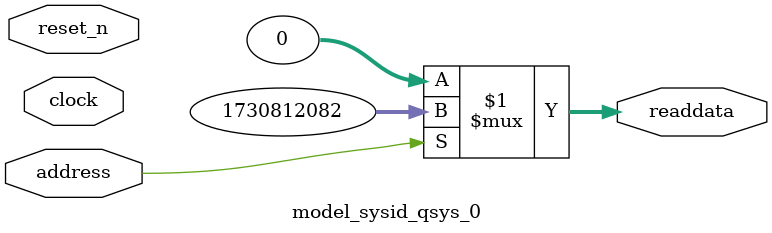
<source format=v>



// synthesis translate_off
`timescale 1ns / 1ps
// synthesis translate_on

// turn off superfluous verilog processor warnings 
// altera message_level Level1 
// altera message_off 10034 10035 10036 10037 10230 10240 10030 

module model_sysid_qsys_0 (
               // inputs:
                address,
                clock,
                reset_n,

               // outputs:
                readdata
             )
;

  output  [ 31: 0] readdata;
  input            address;
  input            clock;
  input            reset_n;

  wire    [ 31: 0] readdata;
  //control_slave, which is an e_avalon_slave
  assign readdata = address ? 1730812082 : 0;

endmodule



</source>
